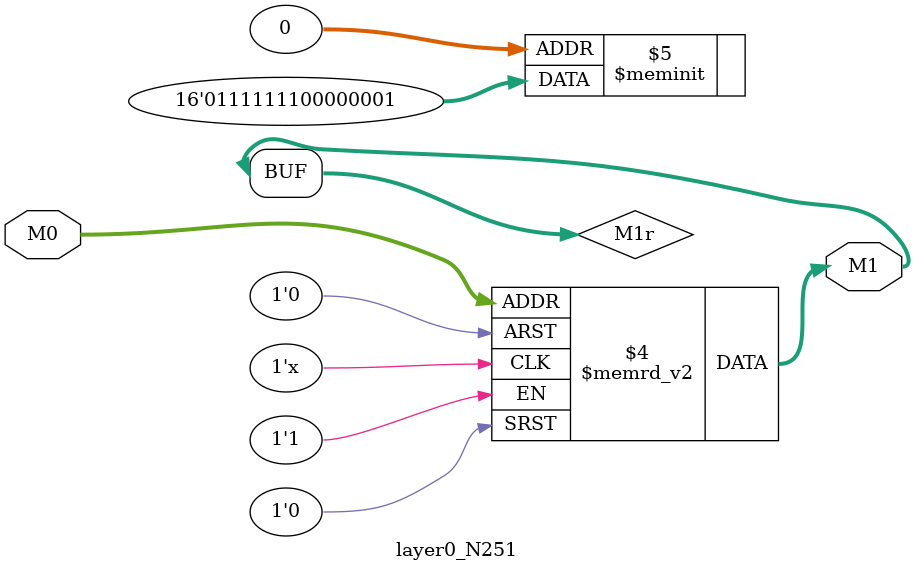
<source format=v>
module layer0_N251 ( input [2:0] M0, output [1:0] M1 );

	(*rom_style = "distributed" *) reg [1:0] M1r;
	assign M1 = M1r;
	always @ (M0) begin
		case (M0)
			3'b000: M1r = 2'b01;
			3'b100: M1r = 2'b11;
			3'b010: M1r = 2'b00;
			3'b110: M1r = 2'b11;
			3'b001: M1r = 2'b00;
			3'b101: M1r = 2'b11;
			3'b011: M1r = 2'b00;
			3'b111: M1r = 2'b01;

		endcase
	end
endmodule

</source>
